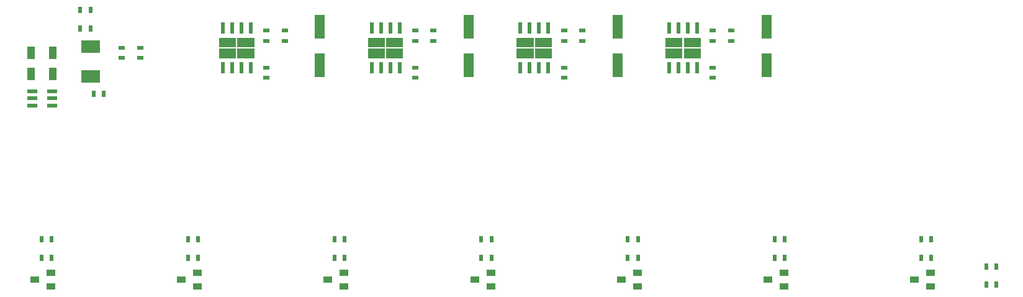
<source format=gtp>
G04*
G04 #@! TF.GenerationSoftware,Altium Limited,Altium Designer,23.3.1 (30)*
G04*
G04 Layer_Color=8421504*
%FSLAX44Y44*%
%MOMM*%
G71*
G04*
G04 #@! TF.SameCoordinates,ACB28AF2-BCDA-4B65-85FB-5AC2E94CD4BF*
G04*
G04*
G04 #@! TF.FilePolarity,Positive*
G04*
G01*
G75*
G04:AMPARAMS|DCode=16|XSize=1.3611mm|YSize=0.5111mm|CornerRadius=0.0306mm|HoleSize=0mm|Usage=FLASHONLY|Rotation=180.000|XOffset=0mm|YOffset=0mm|HoleType=Round|Shape=RoundedRectangle|*
%AMROUNDEDRECTD16*
21,1,1.3611,0.4500,0,0,180.0*
21,1,1.3000,0.5111,0,0,180.0*
1,1,0.0611,-0.6500,0.2250*
1,1,0.0611,0.6500,0.2250*
1,1,0.0611,0.6500,-0.2250*
1,1,0.0611,-0.6500,-0.2250*
%
%ADD16ROUNDEDRECTD16*%
%ADD17R,2.5496X1.7369*%
G04:AMPARAMS|DCode=18|XSize=1.0474mm|YSize=1.6674mm|CornerRadius=0.0737mm|HoleSize=0mm|Usage=FLASHONLY|Rotation=0.000|XOffset=0mm|YOffset=0mm|HoleType=Round|Shape=RoundedRectangle|*
%AMROUNDEDRECTD18*
21,1,1.0474,1.5200,0,0,0.0*
21,1,0.9000,1.6674,0,0,0.0*
1,1,0.1474,0.4500,-0.7600*
1,1,0.1474,-0.4500,-0.7600*
1,1,0.1474,-0.4500,0.7600*
1,1,0.1474,0.4500,0.7600*
%
%ADD18ROUNDEDRECTD18*%
%ADD19R,0.6132X0.9132*%
%ADD20R,0.6258X0.8544*%
%ADD21R,0.9132X0.6132*%
G04:AMPARAMS|DCode=22|XSize=1.4597mm|YSize=0.5097mm|CornerRadius=0mm|HoleSize=0mm|Usage=FLASHONLY|Rotation=90.000|XOffset=0mm|YOffset=0mm|HoleType=Round|Shape=RoundedRectangle|*
%AMROUNDEDRECTD22*
21,1,1.4597,0.5097,0,0,90.0*
21,1,1.4597,0.5097,0,0,90.0*
1,1,0.0000,0.2548,0.7298*
1,1,0.0000,0.2548,-0.7298*
1,1,0.0000,-0.2548,-0.7298*
1,1,0.0000,-0.2548,0.7298*
%
%ADD22ROUNDEDRECTD22*%
%ADD23R,0.8544X0.6258*%
%ADD24R,1.3880X3.2680*%
%ADD25R,1.2770X0.8770*%
G36*
X532500Y694500D02*
Y681500D01*
X509500D01*
Y694500D01*
X532500D01*
D02*
G37*
G36*
Y696500D02*
Y709500D01*
X509500D01*
Y696500D01*
X532500D01*
D02*
G37*
G36*
X534500Y694500D02*
Y681500D01*
X557500D01*
Y694500D01*
X534500D01*
D02*
G37*
G36*
Y696500D02*
Y709500D01*
X557500D01*
Y696500D01*
X534500D01*
D02*
G37*
G36*
X735500Y694500D02*
Y681500D01*
X712500D01*
Y694500D01*
X735500D01*
D02*
G37*
G36*
Y696500D02*
Y709500D01*
X712500D01*
Y696500D01*
X735500D01*
D02*
G37*
G36*
X737500Y694500D02*
Y681500D01*
X760500D01*
Y694500D01*
X737500D01*
D02*
G37*
G36*
Y696500D02*
Y709500D01*
X760500D01*
Y696500D01*
X737500D01*
D02*
G37*
G36*
X938500Y694500D02*
Y681500D01*
X915500D01*
Y694500D01*
X938500D01*
D02*
G37*
G36*
Y696500D02*
Y709500D01*
X915500D01*
Y696500D01*
X938500D01*
D02*
G37*
G36*
X940500Y694500D02*
Y681500D01*
X963500D01*
Y694500D01*
X940500D01*
D02*
G37*
G36*
Y696500D02*
Y709500D01*
X963500D01*
Y696500D01*
X940500D01*
D02*
G37*
G36*
X1141500Y694500D02*
Y681500D01*
X1118500D01*
Y694500D01*
X1141500D01*
D02*
G37*
G36*
Y696500D02*
Y709500D01*
X1118500D01*
Y696500D01*
X1141500D01*
D02*
G37*
G36*
X1143500Y694500D02*
Y681500D01*
X1166500D01*
Y694500D01*
X1143500D01*
D02*
G37*
G36*
Y696500D02*
Y709500D01*
X1166500D01*
Y696500D01*
X1143500D01*
D02*
G37*
D16*
X282000Y636110D02*
D03*
X255000D02*
D03*
Y626610D02*
D03*
X282000D02*
D03*
Y617110D02*
D03*
X255000D02*
D03*
D17*
X334000Y697250D02*
D03*
Y656610D02*
D03*
D18*
X253400Y660000D02*
D03*
X282600D02*
D03*
Y689000D02*
D03*
X253400D02*
D03*
D19*
X338210Y633000D02*
D03*
X352210D02*
D03*
D20*
X320015Y722000D02*
D03*
X333985D02*
D03*
X320015Y747000D02*
D03*
X333985D02*
D03*
X1569985Y372603D02*
D03*
X1556015D02*
D03*
X1569985Y397603D02*
D03*
X1556015D02*
D03*
X280988Y409603D02*
D03*
X267018D02*
D03*
X467018D02*
D03*
X480988D02*
D03*
X680988D02*
D03*
X667018D02*
D03*
X867018D02*
D03*
X880988D02*
D03*
X1080988D02*
D03*
X1067018D02*
D03*
X1267018D02*
D03*
X1280988D02*
D03*
X1480988D02*
D03*
X1467018D02*
D03*
X280988Y434603D02*
D03*
X267018D02*
D03*
X467018D02*
D03*
X480988D02*
D03*
X680988D02*
D03*
X667018D02*
D03*
X867018D02*
D03*
X880988D02*
D03*
X1080988D02*
D03*
X1067018D02*
D03*
X1267018D02*
D03*
X1280988D02*
D03*
X1480988D02*
D03*
X1467018D02*
D03*
D21*
X402000Y682000D02*
D03*
Y696000D02*
D03*
X377000D02*
D03*
Y682000D02*
D03*
X599000Y718944D02*
D03*
Y704944D02*
D03*
X802000D02*
D03*
Y718944D02*
D03*
X1005000D02*
D03*
Y704944D02*
D03*
X1208000D02*
D03*
Y718944D02*
D03*
X574000D02*
D03*
Y704944D02*
D03*
X777000D02*
D03*
Y718944D02*
D03*
X980000D02*
D03*
Y704944D02*
D03*
X1183000D02*
D03*
Y718944D02*
D03*
D22*
X514450Y722500D02*
D03*
X527150D02*
D03*
X539850D02*
D03*
X552550D02*
D03*
Y668500D02*
D03*
X539850D02*
D03*
X527150D02*
D03*
X514450D02*
D03*
X717450D02*
D03*
X730150D02*
D03*
X742850D02*
D03*
X755550D02*
D03*
Y722500D02*
D03*
X742850D02*
D03*
X730150D02*
D03*
X717450D02*
D03*
X920450D02*
D03*
X933150D02*
D03*
X945850D02*
D03*
X958550D02*
D03*
Y668500D02*
D03*
X945850D02*
D03*
X933150D02*
D03*
X920450D02*
D03*
X1123450D02*
D03*
X1136150D02*
D03*
X1148850D02*
D03*
X1161550D02*
D03*
Y722500D02*
D03*
X1148850D02*
D03*
X1136150D02*
D03*
X1123450D02*
D03*
D23*
X574000Y668500D02*
D03*
Y654530D02*
D03*
X777000D02*
D03*
Y668500D02*
D03*
X980000D02*
D03*
Y654530D02*
D03*
X1183000D02*
D03*
Y668500D02*
D03*
D24*
X647000Y671500D02*
D03*
Y724500D02*
D03*
X850000D02*
D03*
Y671500D02*
D03*
X1053000D02*
D03*
Y724500D02*
D03*
X1256000D02*
D03*
Y671500D02*
D03*
D25*
X1080003Y370103D02*
D03*
Y389103D02*
D03*
X1058003Y379603D02*
D03*
X1480003Y370103D02*
D03*
Y389103D02*
D03*
X1458003Y379603D02*
D03*
X1280003Y370103D02*
D03*
Y389103D02*
D03*
X1258003Y379603D02*
D03*
X880003Y370103D02*
D03*
Y389103D02*
D03*
X858003Y379603D02*
D03*
X680003Y370103D02*
D03*
Y389103D02*
D03*
X658003Y379603D02*
D03*
X280003Y370103D02*
D03*
Y389103D02*
D03*
X258003Y379603D02*
D03*
X480003Y370103D02*
D03*
Y389103D02*
D03*
X458003Y379603D02*
D03*
M02*

</source>
